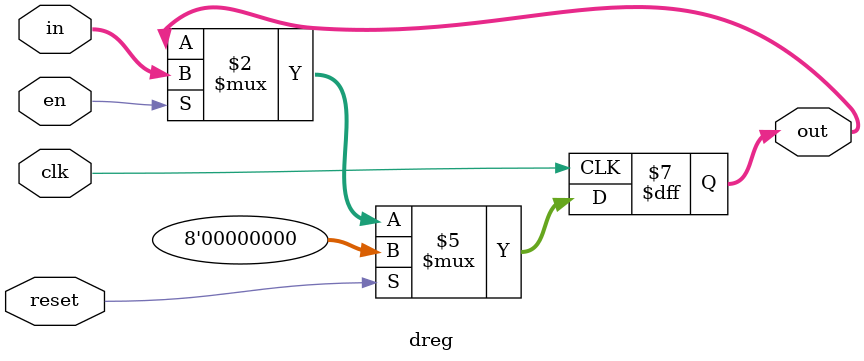
<source format=sv>
module dreg (input logic clk, reset,input logic [7:0] in, input logic en ,output logic [7:0] out);

	always_ff @(posedge clk)
	begin
		if (reset)
		begin
			out <= 0;
		end
		else
		begin
			if (en)
			begin
				out <= in;
			end
		end
	end

endmodule 
</source>
